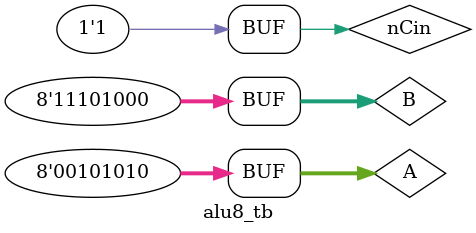
<source format=sv>
`timescale 1ns/1ns

module alu8_tb;
    logic [7:0]A;
    logic [7:0]B;
    logic nCin;
    wire [7:0]S;
    wire nCout;
    adder adder(
        .A(A), .B(B), .nCin(nCin), .S(S), .nCout(nCout)
    );

    always_comb begin
        $strobe("S=%d, nCout=%d", S, nCout);
    end

    initial begin
        A = 42;
        B = 232;
        nCin = 1;
        //#50ns;

    end

endmodule
</source>
